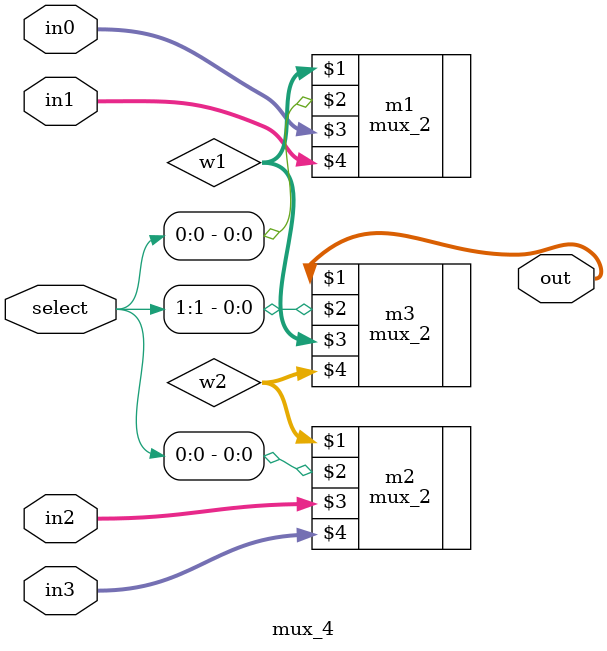
<source format=v>
module mux_4(out, select, in0, in1, in2, in3);
    input [1:0] select;
    input [31:0] in0, in1, in2, in3;
    output[31:0] out;

    wire [31:0] w1, w2;

    mux_2 m1(w1, select[0], in0, in1);
    mux_2 m2(w2, select[0], in2, in3);
    mux_2 m3(out, select[1], w1, w2);
endmodule
</source>
